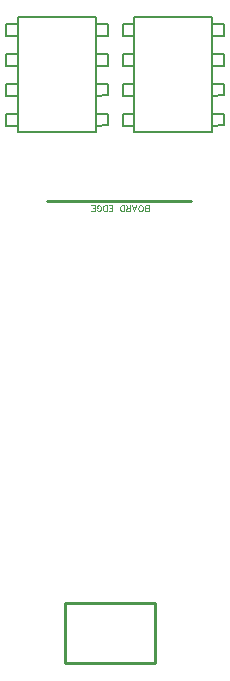
<source format=gbr>
G04 DipTrace 3.3.1.3*
G04 TopAssy.gbr*
%MOIN*%
G04 #@! TF.FileFunction,Drawing,Top*
G04 #@! TF.Part,Single*
%ADD10C,0.009843*%
%ADD24C,0.006*%
%ADD58C,0.003088*%
%FSLAX26Y26*%
G04*
G70*
G90*
G75*
G01*
G04 TopAssy*
%LPD*%
X1226822Y1921356D2*
D10*
X748081D1*
X1038709Y2473706D2*
D24*
Y2513695D1*
X999704D1*
Y2473706D1*
X1038709D1*
Y2373693D2*
Y2413683D1*
X999704D1*
Y2373693D1*
X1038709D1*
Y2273719D2*
Y2313709D1*
X999704D1*
Y2273719D1*
X1038709D1*
Y2173706D2*
Y2213696D1*
X999704Y2212692D1*
Y2173706D1*
X1038709D1*
X1298693Y2213696D2*
Y2173706D1*
X1337698Y2174710D1*
Y2213696D1*
X1298693D1*
Y2313709D2*
Y2273719D1*
X1337698Y2274684D1*
Y2313709D1*
X1298693D1*
Y2413683D2*
Y2373693D1*
X1337698D1*
Y2413683D1*
X1298693D1*
Y2513695D2*
Y2473706D1*
X1337698D1*
Y2513695D1*
X1298693D1*
X1038709Y2150701D2*
X1298693D1*
Y2536701D1*
X1038709D1*
Y2150701D1*
X651209Y2473706D2*
Y2513695D1*
X612204D1*
Y2473706D1*
X651209D1*
Y2373693D2*
Y2413683D1*
X612204D1*
Y2373693D1*
X651209D1*
Y2273719D2*
Y2313709D1*
X612204D1*
Y2273719D1*
X651209D1*
Y2173706D2*
Y2213696D1*
X612204Y2212692D1*
Y2173706D1*
X651209D1*
X911193Y2213696D2*
Y2173706D1*
X950198Y2174710D1*
Y2213696D1*
X911193D1*
Y2313709D2*
Y2273719D1*
X950198Y2274684D1*
Y2313709D1*
X911193D1*
Y2413683D2*
Y2373693D1*
X950198D1*
Y2413683D1*
X911193D1*
Y2513695D2*
Y2473706D1*
X950198D1*
Y2513695D1*
X911193D1*
X651209Y2150701D2*
X911193D1*
Y2536701D1*
X651209D1*
Y2150701D1*
X806192Y581143D2*
D10*
X1106213D1*
Y381201D1*
X806192D1*
Y581143D1*
X1086874Y1887984D2*
D58*
Y1908080D1*
X1078252D1*
X1075378Y1907108D1*
X1074427Y1906157D1*
X1073476Y1904256D1*
Y1901382D1*
X1074427Y1899458D1*
X1075378Y1898508D1*
X1078252Y1897557D1*
X1075378Y1896584D1*
X1074427Y1895634D1*
X1073476Y1893732D1*
Y1891809D1*
X1074427Y1889908D1*
X1075378Y1888935D1*
X1078252Y1887984D1*
X1086874D1*
Y1897557D2*
X1078252D1*
X1061553Y1887984D2*
X1063476Y1888935D1*
X1065377Y1890858D1*
X1066350Y1892760D1*
X1067301Y1895634D1*
Y1900431D1*
X1066350Y1903283D1*
X1065377Y1905206D1*
X1063476Y1907108D1*
X1061553Y1908080D1*
X1057728D1*
X1055827Y1907108D1*
X1053903Y1905206D1*
X1052953Y1903283D1*
X1052002Y1900431D1*
Y1895634D1*
X1052953Y1892760D1*
X1053903Y1890858D1*
X1055827Y1888935D1*
X1057728Y1887984D1*
X1061553D1*
X1030506Y1908080D2*
X1038177Y1887984D1*
X1045826Y1908080D1*
X1042952Y1901382D2*
X1033380D1*
X1024330Y1897557D2*
X1015730D1*
X1012856Y1896584D1*
X1011883Y1895634D1*
X1010933Y1893732D1*
Y1891809D1*
X1011883Y1889908D1*
X1012856Y1888935D1*
X1015730Y1887984D1*
X1024330D1*
Y1908080D1*
X1017631Y1897557D2*
X1010933Y1908080D1*
X1004757Y1887984D2*
Y1908080D1*
X998058D1*
X995184Y1907108D1*
X993261Y1905206D1*
X992310Y1903283D1*
X991360Y1900431D1*
Y1895634D1*
X992310Y1892760D1*
X993261Y1890858D1*
X995184Y1888935D1*
X998058Y1887984D1*
X1004757D1*
X953319D2*
X965744D1*
Y1908080D1*
X953319D1*
X965744Y1897557D2*
X958094D1*
X947143Y1887984D2*
Y1908080D1*
X940445D1*
X937571Y1907108D1*
X935647Y1905206D1*
X934697Y1903283D1*
X933746Y1900431D1*
Y1895634D1*
X934697Y1892760D1*
X935647Y1890858D1*
X937571Y1888935D1*
X940445Y1887984D1*
X947143D1*
X913222Y1892760D2*
X914173Y1890858D1*
X916096Y1888935D1*
X917998Y1887984D1*
X921822D1*
X923746Y1888935D1*
X925647Y1890858D1*
X926620Y1892760D1*
X927570Y1895634D1*
Y1900431D1*
X926620Y1903283D1*
X925647Y1905206D1*
X923746Y1907108D1*
X921822Y1908080D1*
X917998D1*
X916096Y1907108D1*
X914173Y1905206D1*
X913222Y1903283D1*
Y1900431D1*
X917998D1*
X894622Y1887984D2*
X907047D1*
Y1908080D1*
X894622D1*
X907047Y1897557D2*
X899397D1*
M02*

</source>
